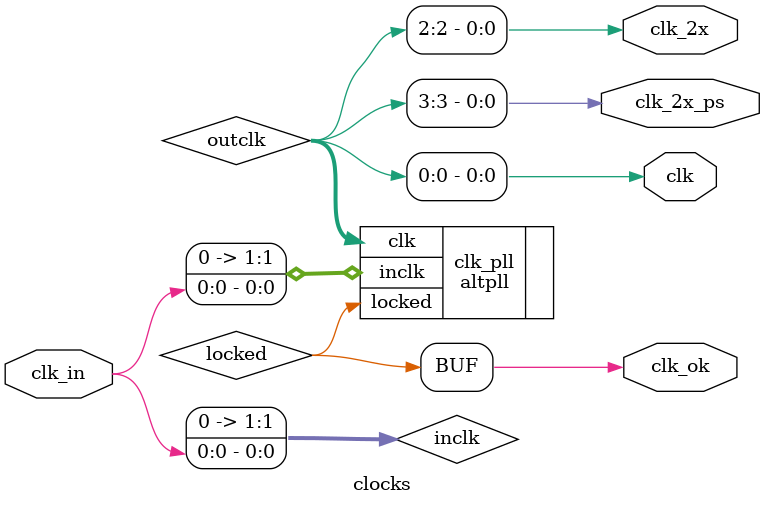
<source format=v>
/**
  Clock generator
  --
  Generate three clocks:
  * system clock
  * memory clock (2x system clock)
  * memory clock (2x system clock, phase shifted
  --
  Architecture: THM
  Board: DE2-115
  --
  Base: THM-Oberon
  --
  2023 Gray, gray@grayraven.org
  https://oberon-rts.org/licences
**/

`timescale 1ns / 1ps
`default_nettype none

module clocks (
  input clk_in,
  output clk_ok,
  output clk_2x_ps,
  output clk_2x,
  output clk
);

  wire [1:0] inclk = {1'b0, clk_in};
  wire [5:0] outclk;
  wire locked;

  altpll #(
    .intended_device_family("Cyclone IV E"),
    .lpm_type("altpll"),
    .pll_type("auto"),
    .operation_mode("normal"),
    // 50 MHz input
    .inclk0_input_frequency(20000),	// cycle time in picosec
    // 100 MHz output, phase shifted
    .clk3_multiply_by(16),
    .clk3_divide_by(8),
    .clk3_duty_cycle(50),		    // in %
    .clk3_phase_shift(7917),		// in picosec
    // 100 MHz output, in-phase
    .clk2_multiply_by(16),
    .clk2_divide_by(8),
    .clk2_duty_cycle(50),		// in %
    .clk2_phase_shift(0),		// in picosec
    // 50 MHz output, in-phase
    .clk0_multiply_by(8),
    .clk0_divide_by(8),
    .clk0_duty_cycle(50),		// in %
    .clk0_phase_shift(0)		// in picosec
  ) clk_pll (
    .inclk(inclk[1:0]),
    .clk(outclk[5:0]),
    .locked(locked)
  );

  assign clk_2x_ps = outclk[3];
  assign clk_2x = outclk[2];
  assign clk = outclk[0];
  assign clk_ok = locked;

endmodule

`resetall

</source>
